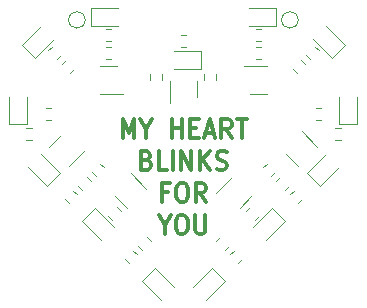
<source format=gbr>
G04 #@! TF.GenerationSoftware,KiCad,Pcbnew,(5.0.0-rc2-dev-82-ga78607874)*
G04 #@! TF.CreationDate,2018-03-09T02:59:27+08:00*
G04 #@! TF.ProjectId,SMD-Heart,534D442D48656172742E6B696361645F,rev?*
G04 #@! TF.SameCoordinates,Original*
G04 #@! TF.FileFunction,Legend,Top*
G04 #@! TF.FilePolarity,Positive*
%FSLAX46Y46*%
G04 Gerber Fmt 4.6, Leading zero omitted, Abs format (unit mm)*
G04 Created by KiCad (PCBNEW (5.0.0-rc2-dev-82-ga78607874)) date Fri Mar  9 02:59:27 2018*
%MOMM*%
%LPD*%
G01*
G04 APERTURE LIST*
%ADD10C,0.300000*%
%ADD11C,0.120000*%
G04 APERTURE END LIST*
D10*
X71057142Y-40742809D02*
X71057142Y-39142809D01*
X71557142Y-40285666D01*
X72057142Y-39142809D01*
X72057142Y-40742809D01*
X73057142Y-39980904D02*
X73057142Y-40742809D01*
X72557142Y-39142809D02*
X73057142Y-39980904D01*
X73557142Y-39142809D01*
X75200000Y-40742809D02*
X75200000Y-39142809D01*
X75200000Y-39904714D02*
X76057142Y-39904714D01*
X76057142Y-40742809D02*
X76057142Y-39142809D01*
X76771428Y-39904714D02*
X77271428Y-39904714D01*
X77485714Y-40742809D02*
X76771428Y-40742809D01*
X76771428Y-39142809D01*
X77485714Y-39142809D01*
X78057142Y-40285666D02*
X78771428Y-40285666D01*
X77914285Y-40742809D02*
X78414285Y-39142809D01*
X78914285Y-40742809D01*
X80271428Y-40742809D02*
X79771428Y-39980904D01*
X79414285Y-40742809D02*
X79414285Y-39142809D01*
X79985714Y-39142809D01*
X80128571Y-39219000D01*
X80200000Y-39295190D01*
X80271428Y-39447571D01*
X80271428Y-39676142D01*
X80200000Y-39828523D01*
X80128571Y-39904714D01*
X79985714Y-39980904D01*
X79414285Y-39980904D01*
X80700000Y-39142809D02*
X81557142Y-39142809D01*
X81128571Y-40742809D02*
X81128571Y-39142809D01*
X73092857Y-42604714D02*
X73307142Y-42680904D01*
X73378571Y-42757095D01*
X73450000Y-42909476D01*
X73450000Y-43138047D01*
X73378571Y-43290428D01*
X73307142Y-43366619D01*
X73164285Y-43442809D01*
X72592857Y-43442809D01*
X72592857Y-41842809D01*
X73092857Y-41842809D01*
X73235714Y-41919000D01*
X73307142Y-41995190D01*
X73378571Y-42147571D01*
X73378571Y-42299952D01*
X73307142Y-42452333D01*
X73235714Y-42528523D01*
X73092857Y-42604714D01*
X72592857Y-42604714D01*
X74807142Y-43442809D02*
X74092857Y-43442809D01*
X74092857Y-41842809D01*
X75307142Y-43442809D02*
X75307142Y-41842809D01*
X76021428Y-43442809D02*
X76021428Y-41842809D01*
X76878571Y-43442809D01*
X76878571Y-41842809D01*
X77592857Y-43442809D02*
X77592857Y-41842809D01*
X78450000Y-43442809D02*
X77807142Y-42528523D01*
X78450000Y-41842809D02*
X77592857Y-42757095D01*
X79021428Y-43366619D02*
X79235714Y-43442809D01*
X79592857Y-43442809D01*
X79735714Y-43366619D01*
X79807142Y-43290428D01*
X79878571Y-43138047D01*
X79878571Y-42985666D01*
X79807142Y-42833285D01*
X79735714Y-42757095D01*
X79592857Y-42680904D01*
X79307142Y-42604714D01*
X79164285Y-42528523D01*
X79092857Y-42452333D01*
X79021428Y-42299952D01*
X79021428Y-42147571D01*
X79092857Y-41995190D01*
X79164285Y-41919000D01*
X79307142Y-41842809D01*
X79664285Y-41842809D01*
X79878571Y-41919000D01*
X74878571Y-45304714D02*
X74378571Y-45304714D01*
X74378571Y-46142809D02*
X74378571Y-44542809D01*
X75092857Y-44542809D01*
X75950000Y-44542809D02*
X76235714Y-44542809D01*
X76378571Y-44619000D01*
X76521428Y-44771380D01*
X76592857Y-45076142D01*
X76592857Y-45609476D01*
X76521428Y-45914238D01*
X76378571Y-46066619D01*
X76235714Y-46142809D01*
X75950000Y-46142809D01*
X75807142Y-46066619D01*
X75664285Y-45914238D01*
X75592857Y-45609476D01*
X75592857Y-45076142D01*
X75664285Y-44771380D01*
X75807142Y-44619000D01*
X75950000Y-44542809D01*
X78092857Y-46142809D02*
X77592857Y-45380904D01*
X77235714Y-46142809D02*
X77235714Y-44542809D01*
X77807142Y-44542809D01*
X77950000Y-44619000D01*
X78021428Y-44695190D01*
X78092857Y-44847571D01*
X78092857Y-45076142D01*
X78021428Y-45228523D01*
X77950000Y-45304714D01*
X77807142Y-45380904D01*
X77235714Y-45380904D01*
X74628571Y-48080904D02*
X74628571Y-48842809D01*
X74128571Y-47242809D02*
X74628571Y-48080904D01*
X75128571Y-47242809D01*
X75914285Y-47242809D02*
X76200000Y-47242809D01*
X76342857Y-47319000D01*
X76485714Y-47471380D01*
X76557142Y-47776142D01*
X76557142Y-48309476D01*
X76485714Y-48614238D01*
X76342857Y-48766619D01*
X76200000Y-48842809D01*
X75914285Y-48842809D01*
X75771428Y-48766619D01*
X75628571Y-48614238D01*
X75557142Y-48309476D01*
X75557142Y-47776142D01*
X75628571Y-47471380D01*
X75771428Y-47319000D01*
X75914285Y-47242809D01*
X77200000Y-47242809D02*
X77200000Y-48538047D01*
X77271428Y-48690428D01*
X77342857Y-48766619D01*
X77485714Y-48842809D01*
X77771428Y-48842809D01*
X77914285Y-48766619D01*
X77985714Y-48690428D01*
X78057142Y-48538047D01*
X78057142Y-47242809D01*
D11*
X67883000Y-30734000D02*
G75*
G03X67883000Y-30734000I-700000J0D01*
G01*
X75398087Y-53368284D02*
X73792954Y-51763152D01*
X73792954Y-51763152D02*
X72718152Y-52837954D01*
X72718152Y-52837954D02*
X74323284Y-54443087D01*
X66469939Y-46236188D02*
X66158812Y-45925061D01*
X67191188Y-45514939D02*
X66880061Y-45203812D01*
X82330000Y-32514000D02*
X82770000Y-32514000D01*
X82330000Y-31494000D02*
X82770000Y-31494000D01*
X82330000Y-34038000D02*
X82770000Y-34038000D01*
X82330000Y-33018000D02*
X82770000Y-33018000D01*
X86495188Y-34465939D02*
X86184061Y-34154812D01*
X85773939Y-35187188D02*
X85462812Y-34876061D01*
X87850000Y-39245000D02*
X87410000Y-39245000D01*
X87850000Y-38225000D02*
X87410000Y-38225000D01*
X84787061Y-45093188D02*
X85098188Y-44782061D01*
X84065812Y-44371939D02*
X84376939Y-44060812D01*
X82922812Y-43228939D02*
X83233939Y-42917812D01*
X83644061Y-43950188D02*
X83955188Y-43639061D01*
X79296939Y-49140812D02*
X78985812Y-49451939D01*
X80018188Y-49862061D02*
X79707061Y-50173188D01*
X73103061Y-49140812D02*
X73414188Y-49451939D01*
X72381812Y-49862061D02*
X72692939Y-50173188D01*
X69477188Y-43228939D02*
X69166061Y-42917812D01*
X68755939Y-43950188D02*
X68444812Y-43639061D01*
X67612939Y-45093188D02*
X67301812Y-44782061D01*
X68334188Y-44371939D02*
X68023061Y-44060812D01*
X64550000Y-39245000D02*
X64990000Y-39245000D01*
X64550000Y-38225000D02*
X64990000Y-38225000D01*
X65904812Y-34465939D02*
X66215939Y-34154812D01*
X66626061Y-35187188D02*
X66937188Y-34876061D01*
X70070000Y-33018000D02*
X69630000Y-33018000D01*
X70070000Y-34038000D02*
X69630000Y-34038000D01*
X77976000Y-35780000D02*
X77976000Y-35340000D01*
X78996000Y-35780000D02*
X78996000Y-35340000D01*
X88293284Y-42076913D02*
X86688152Y-43682046D01*
X86688152Y-43682046D02*
X87762954Y-44756848D01*
X87762954Y-44756848D02*
X89368087Y-43151716D01*
X63632954Y-33961848D02*
X65238087Y-32356716D01*
X62558152Y-32887046D02*
X63632954Y-33961848D01*
X64163284Y-31281913D02*
X62558152Y-32887046D01*
X75400000Y-34923000D02*
X77670000Y-34923000D01*
X77670000Y-34923000D02*
X77670000Y-33403000D01*
X77670000Y-33403000D02*
X75400000Y-33403000D01*
X84020000Y-29720000D02*
X81750000Y-29720000D01*
X84020000Y-31240000D02*
X84020000Y-29720000D01*
X81750000Y-31240000D02*
X84020000Y-31240000D01*
X87161913Y-32356716D02*
X88767046Y-33961848D01*
X88767046Y-33961848D02*
X89841848Y-32887046D01*
X89841848Y-32887046D02*
X88236716Y-31281913D01*
X90930000Y-39570000D02*
X90930000Y-37300000D01*
X89410000Y-39570000D02*
X90930000Y-39570000D01*
X89410000Y-37300000D02*
X89410000Y-39570000D01*
X83156716Y-49363087D02*
X84761848Y-47757954D01*
X84761848Y-47757954D02*
X83687046Y-46683152D01*
X83687046Y-46683152D02*
X82081913Y-48288284D01*
X78607046Y-51763152D02*
X77001913Y-53368284D01*
X79681848Y-52837954D02*
X78607046Y-51763152D01*
X78076716Y-54443087D02*
X79681848Y-52837954D01*
X67638152Y-47757954D02*
X69243284Y-49363087D01*
X68712954Y-46683152D02*
X67638152Y-47757954D01*
X70318087Y-48288284D02*
X68712954Y-46683152D01*
X63031913Y-43151716D02*
X64637046Y-44756848D01*
X64637046Y-44756848D02*
X65711848Y-43682046D01*
X65711848Y-43682046D02*
X64106716Y-42076913D01*
X62990000Y-39570000D02*
X62990000Y-37300000D01*
X61470000Y-39570000D02*
X62990000Y-39570000D01*
X61470000Y-37300000D02*
X61470000Y-39570000D01*
X70650000Y-29720000D02*
X68380000Y-29720000D01*
X68380000Y-29720000D02*
X68380000Y-31240000D01*
X68380000Y-31240000D02*
X70650000Y-31240000D01*
X75040000Y-35876000D02*
X75040000Y-37776000D01*
X77360000Y-37276000D02*
X77360000Y-35876000D01*
X70550000Y-34654000D02*
X69150000Y-34654000D01*
X69150000Y-36974000D02*
X71050000Y-36974000D01*
X66492269Y-43098219D02*
X67835772Y-41754716D01*
X65841731Y-40467781D02*
X64851781Y-41457731D01*
X80970269Y-46654219D02*
X81960219Y-45664269D01*
X80319731Y-44023781D02*
X78976228Y-45367284D01*
X87548219Y-41457731D02*
X86204716Y-40114228D01*
X84917781Y-42108269D02*
X85907731Y-43098219D01*
X81850000Y-36974000D02*
X83250000Y-36974000D01*
X83250000Y-34654000D02*
X81350000Y-34654000D01*
X70439781Y-45664269D02*
X71429731Y-46654219D01*
X73070219Y-45013731D02*
X71726716Y-43670228D01*
X80439939Y-50283812D02*
X80128812Y-50594939D01*
X81161188Y-51005061D02*
X80850061Y-51316188D01*
X75980000Y-33022000D02*
X76420000Y-33022000D01*
X75980000Y-32002000D02*
X76420000Y-32002000D01*
X87638188Y-33322939D02*
X87327061Y-33011812D01*
X86916939Y-34044188D02*
X86605812Y-33733061D01*
X89061000Y-40896000D02*
X89501000Y-40896000D01*
X89061000Y-39876000D02*
X89501000Y-39876000D01*
X85208812Y-45514939D02*
X85519939Y-45203812D01*
X85930061Y-46236188D02*
X86241188Y-45925061D01*
X81836939Y-46600812D02*
X81525812Y-46911939D01*
X82558188Y-47322061D02*
X82247061Y-47633188D01*
X71960061Y-50283812D02*
X72271188Y-50594939D01*
X71238812Y-51005061D02*
X71549939Y-51316188D01*
X69841812Y-47322061D02*
X70152939Y-47633188D01*
X70563061Y-46600812D02*
X70874188Y-46911939D01*
X63339000Y-39876000D02*
X62899000Y-39876000D01*
X63339000Y-40896000D02*
X62899000Y-40896000D01*
X64761812Y-33322939D02*
X65072939Y-33011812D01*
X65483061Y-34044188D02*
X65794188Y-33733061D01*
X73404000Y-35340000D02*
X73404000Y-35780000D01*
X74424000Y-35340000D02*
X74424000Y-35780000D01*
X70070000Y-32514000D02*
X69630000Y-32514000D01*
X70070000Y-31494000D02*
X69630000Y-31494000D01*
X85917000Y-30734000D02*
G75*
G03X85917000Y-30734000I-700000J0D01*
G01*
M02*

</source>
